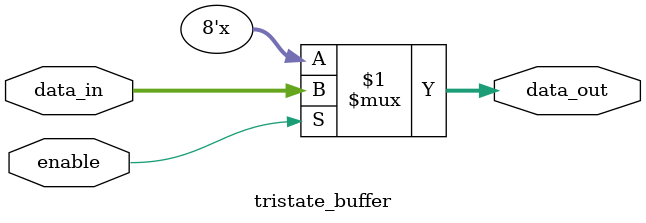
<source format=v>
module tristate_buffer (
    input [width-1: 0] data_in,
    input enable,
    output [width-1: 0] data_out
);
    parameter width = 8;

    assign data_out = enable ? data_in : {width{1'bz}};
endmodule

</source>
